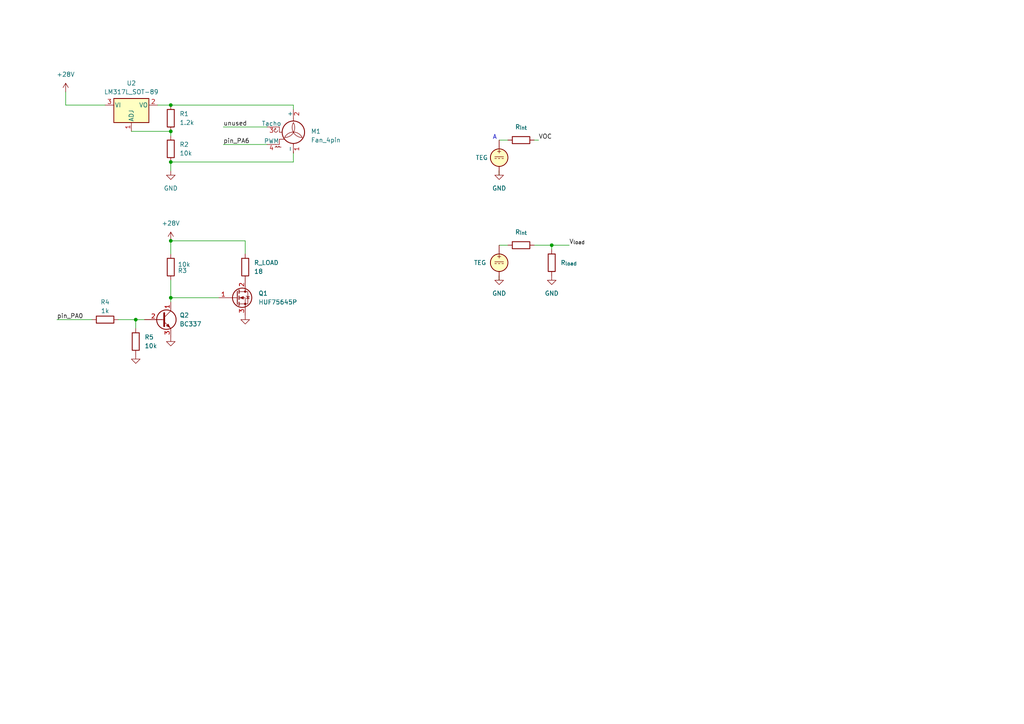
<source format=kicad_sch>
(kicad_sch (version 20231120) (generator "eeschema") (generator_version "8.0")
  (paper "A4")
  (lib_symbols
    (symbol "Device:R" (pin_numbers hide) (pin_names (offset 0))
      (property "Reference" "R" (at 2.032 0 90))
      (property "Value" "R" (at 0 0 90))
      (symbol "R_0_1"
        (rectangle (start -1.016 -2.54) (end 1.016 2.54) (stroke (width 0.254)))
      )
      (symbol "R_1_1"
        (pin passive line (at 0 3.81 270) (length 1.27) (name "~") (number "1"))
        (pin passive line (at 0 -3.81 90) (length 1.27) (name "~") (number "2"))
      )
    )
    (symbol "Motor:Fan_4pin" (pin_names (offset 0))
      (property "Reference" "M" (at 2.54 5.08 0))
      (property "Value" "Fan_4pin" (at 2.54 -2.54 0))
      (symbol "Fan_4pin_0_0"
        (arc (start -5.588 1.524) (mid -5.08 1.0182) (end -4.572 1.524))
        (arc (start -5.08 2.032) (mid -5.4392 1.8832) (end -5.588 1.524))
        (polyline (pts (xy -5.08 2.032) (xy -5.334 2.159)))
        (polyline (pts (xy -5.08 2.032) (xy -5.207 1.778)))
        (polyline (pts (xy -4.064 2.54) (xy -4.064 1.016) (xy -3.302 1.016)))
      )
      (symbol "Fan_4pin_0_1"
        (arc (start -2.54 -0.508) (mid 0.0028 0.9121) (end 0 3.81))
        (polyline (pts (xy -4.064 2.54) (xy -5.08 2.54)))
        (polyline (pts (xy 0 -5.08) (xy 0 -4.572)))
        (polyline (pts (xy 0 -2.2352) (xy 0 -2.6416)))
        (polyline (pts (xy 0 4.2672) (xy 0 4.6228)))
        (polyline (pts (xy 0 4.572) (xy 0 5.08)))
        (polyline (pts (xy -2.54 -1.016) (xy -4.064 -1.016) (xy -4.064 -2.54) (xy -5.08 -2.54)))
        (polyline (pts (xy -5.334 -3.302) (xy -5.08 -3.302) (xy -5.08 -3.048) (xy -4.826 -3.048) (xy -4.826 -3.302) (xy -4.318 -3.302) (xy -4.318 -3.048) (xy -4.064 -3.048) (xy -4.064 -3.302) (xy -3.556 -3.302)))
        (circle (center 0 1.016) (radius 3.2512) (stroke (width 0.254)))
        (arc (start 0 3.81) (mid 0.053 0.921) (end 2.54 -0.508))
        (arc (start 2.54 -0.508) (mid 0 1.0618) (end -2.54 -0.508))
      )
      (symbol "Fan_4pin_1_1"
        (pin passive line (at 0 -5.08 90) (length 2.54) (name "-") (number "1"))
        (pin passive line (at 0 7.62 270) (length 2.54) (name "+") (number "2"))
        (pin passive line (at -7.62 2.54 0) (length 2.54) (name "Tacho") (number "3"))
        (pin input line (at -7.62 -2.54 0) (length 2.54) (name "PWM") (number "4"))
      )
    )
    (symbol "Regulator_Linear:LM317L_SOT-89" (pin_names (offset 0.254))
      (property "Reference" "U" (at -3.81 3.175 0))
      (property "Value" "LM317L_SOT-89" (at 0 3.175 0))
      (symbol "LM317L_SOT-89_0_1"
        (rectangle (start -5.08 1.905) (end 5.08 -5.08) (stroke (width 0.254)) (fill (type background)))
      )
      (symbol "LM317L_SOT-89_1_1"
        (pin input line (at 0 -7.62 90) (length 2.54) (name "ADJ") (number "1"))
        (pin power_out line (at 7.62 0 180) (length 2.54) (name "VO") (number "2"))
        (pin power_in line (at -7.62 0 0) (length 2.54) (name "VI") (number "3"))
      )
    )
    (symbol "Simulation_SPICE:VDC" (pin_numbers hide) (pin_names (offset 0.0254))
      (property "Reference" "V" (at 2.54 2.54 0))
      (property "Value" "1" (at 2.54 0 0))
      (symbol "VDC_0_0"
        (polyline (pts (xy -1.27 0.254) (xy 1.27 0.254)))
        (polyline (pts (xy -0.762 -0.254) (xy -1.27 -0.254)))
        (polyline (pts (xy 0.254 -0.254) (xy -0.254 -0.254)))
        (polyline (pts (xy 1.27 -0.254) (xy 0.762 -0.254)))
        (text "+" (at 0 1.905 0) (effects (font (size 1.27 1.27))))
      )
      (symbol "VDC_0_1"
        (circle (center 0 0) (radius 2.54) (stroke (width 0.254)) (fill (type background)))
      )
      (symbol "VDC_1_1"
        (pin passive line (at 0 5.08 270) (length 2.54) (name "~") (number "1"))
        (pin passive line (at 0 -5.08 90) (length 2.54) (name "~") (number "2"))
      )
    )
    (symbol "Transistor_BJT:BC337" (pin_names (offset 0) hide)
      (property "Reference" "Q" (at 5.08 1.905 0))
      (property "Value" "BC337" (at 5.08 0 0))
      (symbol "BC337_0_1"
        (polyline (pts (xy 0 0) (xy 0.635 0)))
        (polyline (pts (xy 0.635 0.635) (xy 2.54 2.54)))
        (polyline (pts (xy 0.635 -0.635) (xy 2.54 -2.54) (xy 2.54 -2.54)))
        (polyline (pts (xy 0.635 1.905) (xy 0.635 -1.905) (xy 0.635 -1.905)) (stroke (width 0.508)))
        (polyline (pts (xy 1.27 -1.778) (xy 1.778 -1.27) (xy 2.286 -2.286) (xy 1.27 -1.778) (xy 1.27 -1.778)) (fill (type outline)))
        (circle (center 1.27 0) (radius 2.8194) (stroke (width 0.254)))
      )
      (symbol "BC337_1_1"
        (pin passive line (at 2.54 5.08 270) (length 2.54) (name "C") (number "1"))
        (pin input line (at -5.08 0 0) (length 5.08) (name "B") (number "2"))
        (pin passive line (at 2.54 -5.08 90) (length 2.54) (name "E") (number "3"))
      )
    )
    (symbol "Transistor_FET:IRLZ24" (pin_names hide)
      (property "Reference" "Q" (at 5.08 1.905 0))
      (property "Value" "IRLZ24" (at 5.08 0 0))
      (symbol "IRLZ24_0_1"
        (polyline (pts (xy 0.254 0) (xy -2.54 0)))
        (polyline (pts (xy 0.254 1.905) (xy 0.254 -1.905)) (stroke (width 0.254)))
        (polyline (pts (xy 0.762 -1.27) (xy 0.762 -2.286)) (stroke (width 0.254)))
        (polyline (pts (xy 0.762 0.508) (xy 0.762 -0.508)) (stroke (width 0.254)))
        (polyline (pts (xy 0.762 2.286) (xy 0.762 1.27)) (stroke (width 0.254)))
        (polyline (pts (xy 2.54 2.54) (xy 2.54 1.778)))
        (polyline (pts (xy 2.54 -2.54) (xy 2.54 0) (xy 0.762 0)))
        (polyline (pts (xy 0.762 -1.778) (xy 3.302 -1.778) (xy 3.302 1.778) (xy 0.762 1.778)))
        (polyline (pts (xy 1.016 0) (xy 2.032 0.381) (xy 2.032 -0.381) (xy 1.016 0)) (fill (type outline)))
        (polyline (pts (xy 2.794 0.508) (xy 2.921 0.381) (xy 3.683 0.381) (xy 3.81 0.254)))
        (polyline (pts (xy 3.302 0.381) (xy 2.921 -0.254) (xy 3.683 -0.254) (xy 3.302 0.381)))
        (circle (center 1.651 0) (radius 2.794) (stroke (width 0.254)))
        (circle (center 2.54 -1.778) (radius 0.254) (fill (type outline)))
        (circle (center 2.54 1.778) (radius 0.254) (fill (type outline)))
      )
      (symbol "IRLZ24_1_1"
        (pin input line (at -5.08 0 0) (length 2.54) (name "G") (number "1"))
        (pin passive line (at 2.54 5.08 270) (length 2.54) (name "D") (number "2"))
        (pin passive line (at 2.54 -5.08 90) (length 2.54) (name "S") (number "3"))
      )
    )
    (symbol "power:+24V" (power) (pin_numbers hide) (pin_names (offset 0) hide)
      (property "Value" "+24V" (at 0 3.556 0))
      (symbol "+24V_0_1"
        (polyline (pts (xy -0.762 1.27) (xy 0 2.54)))
        (polyline (pts (xy 0 0) (xy 0 2.54)))
        (polyline (pts (xy 0 2.54) (xy 0.762 1.27)))
      )
      (symbol "+24V_1_1"
        (pin power_in line (at 0 0 90) (length 0) (name "~") (number "1"))
      )
    )
    (symbol "power:GND" (power) (pin_numbers hide) (pin_names (offset 0) hide)
      (property "Value" "GND" (at 0 -3.81 0))
      (symbol "GND_0_1"
        (polyline (pts (xy 0 0) (xy 0 -1.27) (xy 1.27 -1.27) (xy 0 -2.54) (xy -1.27 -1.27) (xy 0 -1.27)))
      )
      (symbol "GND_1_1"
        (pin power_in line (at 0 0 270) (length 0) (name "~") (number "1"))
      )
    )
  )
  (junction (at 160.02 71.12))
  (junction (at 49.53 46.99))
  (junction (at 49.53 38.1))
  (junction (at 49.53 30.48))
  (junction (at 49.53 69.85))
  (junction (at 49.53 86.36))
  (junction (at 39.37 92.71))
  (wire (pts (xy 85.09 30.48) (xy 85.09 31.75)))
  (wire (pts (xy 19.05 26.67) (xy 19.05 30.48)))
  (wire (pts (xy 49.53 46.99) (xy 49.53 49.53)))
  (wire (pts (xy 85.09 46.99) (xy 49.53 46.99)))
  (wire (pts (xy 38.1 38.1) (xy 49.53 38.1)))
  (wire (pts (xy 64.77 41.91) (xy 77.47 41.91)))
  (wire (pts (xy 144.78 49.53) (xy 144.78 50.8)))
  (wire (pts (xy 63.5 86.36) (xy 49.53 86.36)))
  (wire (pts (xy 39.37 92.71) (xy 39.37 95.25)))
  (wire (pts (xy 154.94 71.12) (xy 160.02 71.12)))
  (wire (pts (xy 144.78 71.12) (xy 147.32 71.12)))
  (wire (pts (xy 49.53 69.85) (xy 49.53 73.66)))
  (wire (pts (xy 45.72 30.48) (xy 49.53 30.48)))
  (wire (pts (xy 160.02 71.12) (xy 165.1 71.12)))
  (wire (pts (xy 77.47 36.83) (xy 64.77 36.83)))
  (wire (pts (xy 34.29 92.71) (xy 39.37 92.71)))
  (wire (pts (xy 71.12 69.85) (xy 71.12 73.66)))
  (wire (pts (xy 16.51 92.71) (xy 26.67 92.71)))
  (wire (pts (xy 49.53 86.36) (xy 49.53 87.63)))
  (wire (pts (xy 39.37 92.71) (xy 41.91 92.71)))
  (wire (pts (xy 19.05 30.48) (xy 30.48 30.48)))
  (wire (pts (xy 156.21 40.64) (xy 154.94 40.64)))
  (wire (pts (xy 49.53 38.1) (xy 49.53 39.37)))
  (wire (pts (xy 144.78 80.01) (xy 144.78 81.28)))
  (wire (pts (xy 144.78 40.64) (xy 147.32 40.64)))
  (wire (pts (xy 85.09 46.99) (xy 85.09 44.45)))
  (wire (pts (xy 49.53 81.28) (xy 49.53 86.36)))
  (wire (pts (xy 85.09 30.48) (xy 49.53 30.48)))
  (wire (pts (xy 160.02 71.12) (xy 160.02 72.39)))
  (wire (pts (xy 49.53 69.85) (xy 71.12 69.85)))
  (text "A" (at 143.51 39.878 0) (effects (font (size 1.27 1.27))))
  (label "pin_PA6" (at 64.77 41.91 0))
  (label "VOC" (at 156.21 40.64 0))
  (label "V_{load}" (at 165.1 71.12 0))
  (label "pin_PA0" (at 16.51 92.71 0))
  (label "unused" (at 64.77 36.83 0))
  (symbol (lib_id "Device:R") (at 151.13 40.64 90) (unit 1)
    (property "Reference" "R6" (effects (hide yes)))
    (property "Value" "R_{int}" (at 151.13 36.83 90))
    (property "Description" "Resistor" (effects (hide yes)))
  )
  (symbol (lib_id "Transistor_FET:IRLZ24") (at 68.58 86.36 0) (unit 1)
    (property "Reference" "Q1" (at 74.93 85.0899 0) (effects (justify left)))
    (property "Value" "HUF75645P" (at 74.93 87.6299 0) (effects (justify left)))
    (property "Footprint" "Package_TO_SOT_THT:TO-220-3_Vertical" (effects (hide yes)))
    (property "Datasheet" "https://www.onsemi.com/pdf/datasheet/huf75645s3s-d.pdf" (effects (hide yes)))
    (property "Description" "17A Id, 60V Vds, N-Channel Power MOSFET, TO-220AB" (effects (hide yes)))
  )
  (symbol (lib_id "Device:R") (at 39.37 99.06 180) (unit 1)
    (property "Reference" "R5" (at 41.91 97.7899 0) (effects (justify right)))
    (property "Value" "10k" (at 41.91 100.3299 0) (effects (justify right)))
    (property "Description" "Resistor" (effects (hide yes)))
  )
  (symbol (lib_id "power:GND") (at 49.53 97.79 0) (unit 1)
    (property "Reference" "#PWR04" (effects (hide yes)))
    (property "Value" "GND" (effects (hide yes)))
    (property "Description" "Power symbol creates a global label with name \"GND\" , ground" (effects (hide yes)))
  )
  (symbol (lib_id "Simulation_SPICE:VDC") (at 144.78 45.72 0) (unit 1)
    (property "Reference" "TEG" (at 137.922 45.72 0) (effects (justify left)))
    (property "Value" "1" (effects (hide yes)))
    (property "Datasheet" "https://ngspice.sourceforge.io/docs/ngspice-html-manual/manual.xhtml#sec_Independent_Sources_for" (effects (hide yes)))
    (property "Description" "Voltage source, DC" (effects (hide yes)))
    (property "Sim.Pins" "1=+ 2=-" (effects (hide yes)))
    (property "Sim.Type" "DC" (effects (hide yes)))
    (property "Sim.Device" "V" (effects (hide yes)))
  )
  (symbol (lib_id "power:GND") (at 49.53 49.53 0) (unit 1)
    (property "Reference" "#PWR01" (effects (hide yes)))
    (property "Value" "GND" (at 49.53 54.61 0))
    (property "Description" "Power symbol creates a global label with name \"GND\" , ground" (effects (hide yes)))
  )
  (symbol (lib_id "Device:R") (at 151.13 71.12 90) (unit 1)
    (property "Reference" "R7" (effects (hide yes)))
    (property "Value" "R_{int}" (at 151.13 67.31 90))
    (property "Description" "Resistor" (effects (hide yes)))
  )
  (symbol (lib_id "power:GND") (at 39.37 102.87 0) (unit 1)
    (property "Reference" "#PWR03" (effects (hide yes)))
    (property "Value" "GND" (effects (hide yes)))
    (property "Description" "Power symbol creates a global label with name \"GND\" , ground" (effects (hide yes)))
  )
  (symbol (lib_id "power:+24V") (at 49.53 69.85 0) (unit 1)
    (property "Reference" "#PWR06" (effects (hide yes)))
    (property "Value" "+28V" (at 49.53 64.77 0))
    (property "Description" "Power symbol creates a global label with name \"+24V\"" (effects (hide yes)))
  )
  (symbol (lib_id "Transistor_BJT:BC337") (at 46.99 92.71 0) (unit 1)
    (property "Reference" "Q2" (at 52.07 91.4399 0) (effects (justify left)))
    (property "Value" "BC337" (at 52.07 93.9799 0) (effects (justify left)))
    (property "Footprint" "Package_TO_SOT_THT:TO-92_Inline" (effects (hide yes)))
    (property "Datasheet" "https://diotec.com/tl_files/diotec/files/pdf/datasheets/bc337.pdf" (effects (hide yes)))
    (property "Description" "0.8A Ic, 45V Vce, NPN Transistor, TO-92" (effects (hide yes)))
  )
  (symbol (lib_id "power:GND") (at 71.12 91.44 0) (unit 1)
    (property "Reference" "#PWR05" (effects (hide yes)))
    (property "Value" "GND" (effects (hide yes)))
    (property "Description" "Power symbol creates a global label with name \"GND\" , ground" (effects (hide yes)))
  )
  (symbol (lib_id "power:GND") (at 144.78 80.01 0) (unit 1)
    (property "Reference" "#PWR08" (effects (hide yes)))
    (property "Value" "GND" (at 144.78 85.09 0))
    (property "Description" "Power symbol creates a global label with name \"GND\" , ground" (effects (hide yes)))
  )
  (symbol (lib_id "Device:R") (at 160.02 76.2 0) (unit 1)
    (property "Reference" "R8" (effects (hide yes)))
    (property "Value" "R_{load}" (at 162.56 76.1999 0) (effects (justify left)))
    (property "Description" "Resistor" (effects (hide yes)))
  )
  (symbol (lib_id "Simulation_SPICE:VDC") (at 144.78 76.2 0) (unit 1)
    (property "Reference" "TEG1" (effects (hide yes)))
    (property "Value" "TEG" (at 137.414 76.2 0) (effects (justify left)))
    (property "Datasheet" "https://ngspice.sourceforge.io/docs/ngspice-html-manual/manual.xhtml#sec_Independent_Sources_for" (effects (hide yes)))
    (property "Description" "Voltage source, DC" (effects (hide yes)))
    (property "Sim.Pins" "1=+ 2=-" (effects (hide yes)))
    (property "Sim.Type" "DC" (effects (hide yes)))
    (property "Sim.Device" "V" (effects (hide yes)))
  )
  (symbol (lib_id "Device:R") (at 49.53 43.18 0) (unit 1)
    (property "Reference" "R2" (at 52.07 41.9099 0) (effects (justify left)))
    (property "Value" "10k" (at 52.07 44.4499 0) (effects (justify left)))
    (property "Description" "Resistor" (effects (hide yes)))
  )
  (symbol (lib_id "Device:R") (at 49.53 77.47 0) (unit 1)
    (property "Reference" "R3" (at 51.562 78.486 0) (effects (justify left)))
    (property "Value" "10k" (at 51.562 76.7081 0) (effects (justify left)))
    (property "Description" "Resistor" (effects (hide yes)))
  )
  (symbol (lib_id "Device:R") (at 71.12 77.47 0) (unit 1)
    (property "Reference" "R_LOAD" (at 73.66 76.1999 0) (effects (justify left)))
    (property "Value" "18" (at 73.66 78.7399 0) (effects (justify left)))
    (property "Description" "Resistor" (effects (hide yes)))
  )
  (symbol (lib_id "power:GND") (at 160.02 80.01 0) (unit 1)
    (property "Reference" "#PWR09" (effects (hide yes)))
    (property "Value" "GND" (at 160.02 85.09 0))
    (property "Description" "Power symbol creates a global label with name \"GND\" , ground" (effects (hide yes)))
  )
  (symbol (lib_id "Device:R") (at 30.48 92.71 90) (unit 1)
    (property "Reference" "R4" (at 30.48 87.63 90))
    (property "Value" "1k" (at 30.48 90.17 90))
    (property "Description" "Resistor" (effects (hide yes)))
  )
  (symbol (lib_id "power:+24V") (at 19.05 26.67 0) (unit 1)
    (property "Reference" "#PWR02" (effects (hide yes)))
    (property "Value" "+28V" (at 19.05 21.59 0))
    (property "Description" "Power symbol creates a global label with name \"+24V\"" (effects (hide yes)))
  )
  (symbol (lib_id "Motor:Fan_4pin") (at 85.09 39.37 0) (unit 1)
    (property "Reference" "M1" (at 90.17 38.0999 0) (effects (justify left)))
    (property "Value" "Fan_4pin" (at 90.17 40.6399 0) (effects (justify left)))
    (property "Datasheet" "http://www.formfactors.org/developer%5Cspecs%5Crev1_2_public.pdf" (effects (hide yes)))
    (property "Description" "Fan, tacho output, PWM input, 4-pin connector" (effects (hide yes)))
  )
  (symbol (lib_id "power:GND") (at 144.78 49.53 0) (unit 1)
    (property "Reference" "#PWR07" (effects (hide yes)))
    (property "Value" "GND" (at 144.78 54.61 0))
    (property "Description" "Power symbol creates a global label with name \"GND\" , ground" (effects (hide yes)))
  )
  (symbol (lib_id "Regulator_Linear:LM317L_SOT-89") (at 38.1 30.48 0) (unit 1)
    (property "Reference" "U2" (at 38.1 24.13 0))
    (property "Value" "LM317L_SOT-89" (at 38.1 26.67 0))
    (property "Footprint" "Package_TO_SOT_SMD:SOT-89-3" (effects (hide yes)))
    (property "Datasheet" "http://www.ti.com/lit/ds/symlink/lm317l.pdf" (effects (hide yes)))
    (property "Description" "100mA 35V Adjustable Linear Regulator, SOT-89" (effects (hide yes)))
  )
  (symbol (lib_id "Device:R") (at 49.53 34.29 180) (unit 1)
    (property "Reference" "R1" (at 52.07 33.0199 0) (effects (justify right)))
    (property "Value" "1.2k" (at 52.07 35.5599 0) (effects (justify right)))
    (property "Description" "Resistor" (effects (hide yes)))
  )
)
</source>
